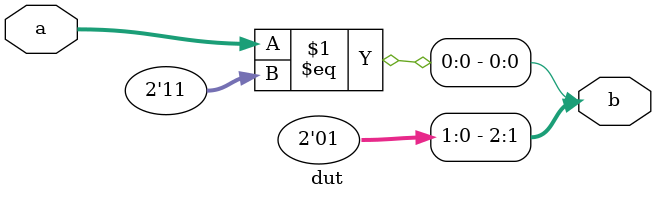
<source format=sv>
/* Generated by Synlig (git sha1 e1dd7fe30, g++ 12.2.0-14 -fPIC -O3) */

(* top =  1  *)
(* src = "/root/synlig/synlig/tests/simple_tests/OnePackage/dut.sv:11.1-18.10" *)
module dut(a, b);
  (* src = "/root/synlig/synlig/tests/simple_tests/OnePackage/dut.sv:14.14-14.15" *)
  input [5:0] a;
  wire [5:0] a;
  (* src = "/root/synlig/synlig/tests/simple_tests/OnePackage/dut.sv:15.13-15.14" *)
  output [2:0] b;
  wire [2:0] b;
  assign b[0] = a == (* src = "/root/synlig/synlig/tests/simple_tests/OnePackage/dut.sv:17.19-17.44" *) 2'h3;
  assign b[2:1] = 2'h1;
endmodule

</source>
